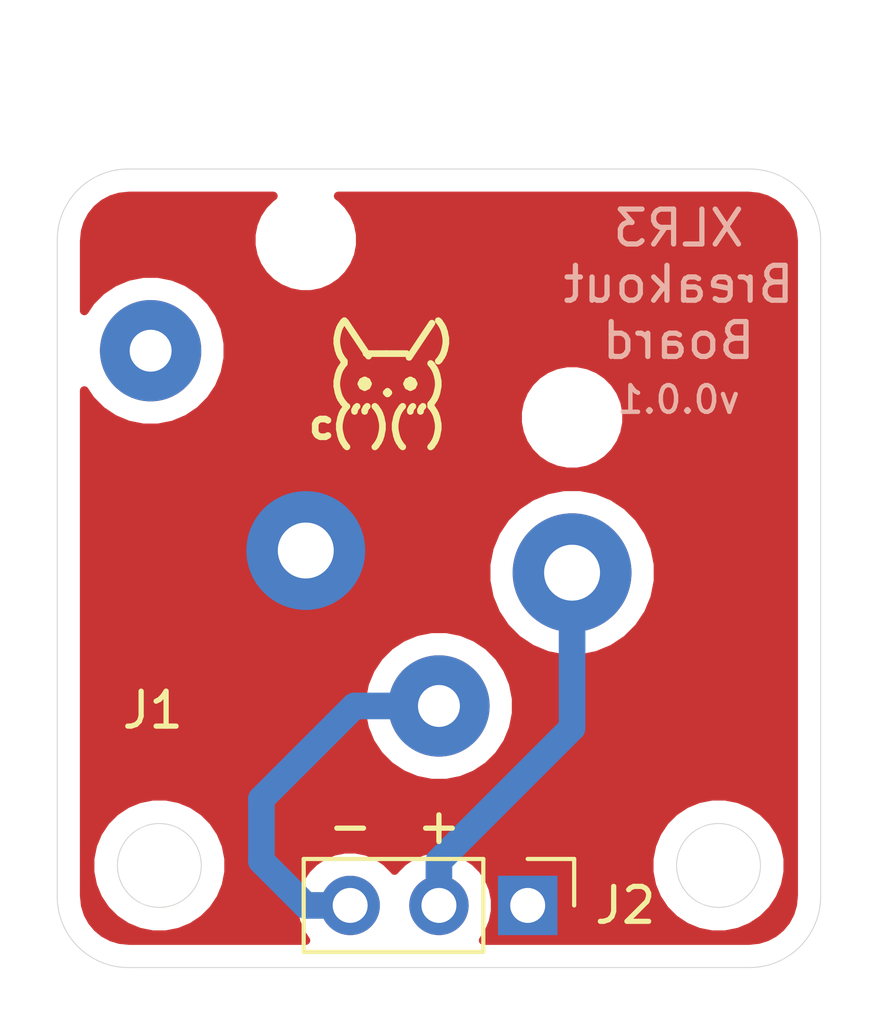
<source format=kicad_pcb>
(kicad_pcb (version 20171130) (host pcbnew "(5.1.12-1-10_14)")

  (general
    (thickness 1.6)
    (drawings 15)
    (tracks 8)
    (zones 0)
    (modules 2)
    (nets 4)
  )

  (page A4)
  (title_block
    (title "XLR Breakout Board")
    (date 2021-12-10)
    (rev 0.0.1)
    (company NH)
    (comment 2 https://creativecommons.org/licenses/by/4.0/)
    (comment 3 "License: CC BY 4.0")
    (comment 4 "Author: Hieu Minh Nguyen")
  )

  (layers
    (0 F.Cu signal)
    (31 B.Cu signal)
    (32 B.Adhes user)
    (33 F.Adhes user)
    (34 B.Paste user)
    (35 F.Paste user)
    (36 B.SilkS user)
    (37 F.SilkS user)
    (38 B.Mask user)
    (39 F.Mask user)
    (40 Dwgs.User user)
    (41 Cmts.User user)
    (42 Eco1.User user)
    (43 Eco2.User user)
    (44 Edge.Cuts user)
    (45 Margin user)
    (46 B.CrtYd user)
    (47 F.CrtYd user)
    (48 B.Fab user)
    (49 F.Fab user)
  )

  (setup
    (last_trace_width 0.762)
    (user_trace_width 0.1524)
    (user_trace_width 0.254)
    (user_trace_width 0.508)
    (user_trace_width 0.762)
    (user_trace_width 1.27)
    (user_trace_width 2.54)
    (trace_clearance 0.1524)
    (zone_clearance 0.635)
    (zone_45_only no)
    (trace_min 0.1524)
    (via_size 0.508)
    (via_drill 0.254)
    (via_min_size 0.508)
    (via_min_drill 0.254)
    (user_via 0.508 0.254)
    (user_via 0.6858 0.3302)
    (uvia_size 0.508)
    (uvia_drill 0.254)
    (uvias_allowed no)
    (uvia_min_size 0.508)
    (uvia_min_drill 0.254)
    (edge_width 0.05)
    (segment_width 0.2)
    (pcb_text_width 0.3)
    (pcb_text_size 1.5 1.5)
    (mod_edge_width 0.12)
    (mod_text_size 1 1)
    (mod_text_width 0.15)
    (pad_size 1.524 1.524)
    (pad_drill 0.762)
    (pad_to_mask_clearance 0.0508)
    (aux_axis_origin 0 0)
    (visible_elements FFFFFF7F)
    (pcbplotparams
      (layerselection 0x010f0_ffffffff)
      (usegerberextensions true)
      (usegerberattributes true)
      (usegerberadvancedattributes true)
      (creategerberjobfile true)
      (excludeedgelayer true)
      (linewidth 0.100000)
      (plotframeref false)
      (viasonmask false)
      (mode 1)
      (useauxorigin false)
      (hpglpennumber 1)
      (hpglpenspeed 20)
      (hpglpendiameter 15.000000)
      (psnegative false)
      (psa4output false)
      (plotreference true)
      (plotvalue true)
      (plotinvisibletext false)
      (padsonsilk false)
      (subtractmaskfromsilk false)
      (outputformat 1)
      (mirror false)
      (drillshape 0)
      (scaleselection 1)
      (outputdirectory "gerbers/"))
  )

  (net 0 "")
  (net 1 "Net-(J1-Pad1)")
  (net 2 /XLR-)
  (net 3 /XLR+)

  (net_class Default "This is the default net class."
    (clearance 0.1524)
    (trace_width 0.1524)
    (via_dia 0.508)
    (via_drill 0.254)
    (uvia_dia 0.508)
    (uvia_drill 0.254)
    (diff_pair_width 0.1524)
    (diff_pair_gap 0.1524)
    (add_net /XLR+)
    (add_net /XLR-)
    (add_net "Net-(J1-Pad1)")
  )

  (module xlr_breakout_board:Jack_XLR_Amphenol_AC3FAHL-AU-PRE (layer F.Cu) (tedit 61B30392) (tstamp 61B35623)
    (at 0 -22.86)
    (descr "Includes an extra pad for compatibility with Neutrik NC3FAAH2-0 and related parts")
    (path /61B30B59)
    (fp_text reference J1 (at -9.144 17.272) (layer F.SilkS)
      (effects (font (size 1 1) (thickness 0.15)) (justify left))
    )
    (fp_text value XLR3_Amphenol_AC3FAHL (at 11.4 19.4 90) (layer F.Fab)
      (effects (font (size 1 1) (thickness 0.15)) (justify left))
    )
    (fp_line (start 12.5 19.5) (end -12.5 19.5) (layer F.CrtYd) (width 0.12))
    (fp_line (start 12.5 -3) (end 12.5 19.5) (layer F.CrtYd) (width 0.12))
    (fp_line (start -12.5 -3) (end 12.5 -3) (layer F.CrtYd) (width 0.12))
    (fp_line (start -12.5 19.5) (end -12.5 -3) (layer F.CrtYd) (width 0.12))
    (fp_line (start -12.5 0) (end 12.5 0) (layer F.Fab) (width 0.12))
    (fp_line (start 12.5 0) (end 12.5 19.5) (layer F.Fab) (width 0.12))
    (fp_line (start 12.5 19.5) (end -12.5 19.5) (layer F.Fab) (width 0.12))
    (fp_line (start -12.5 19.5) (end -12.5 0) (layer F.Fab) (width 0.12))
    (fp_line (start -9.9 -2.7) (end 9.9 -2.7) (layer F.Fab) (width 0.12))
    (fp_line (start 9.9 -2.7) (end 9.9 0) (layer F.Fab) (width 0.12))
    (fp_line (start -9.9 -2.7) (end -9.9 0) (layer F.Fab) (width 0.12))
    (fp_text user %R (at 0 7) (layer F.Fab)
      (effects (font (size 1 1) (thickness 0.15)))
    )
    (pad "" np_thru_hole circle (at 3.81 8.89) (size 1.6 1.6) (drill 1.6) (layers *.Cu *.Mask))
    (pad "" np_thru_hole circle (at -3.81 3.81) (size 1.6 1.6) (drill 1.6) (layers *.Cu *.Mask))
    (pad G thru_hole circle (at -8.25 6.98) (size 2.9 2.9) (drill 1.2) (layers *.Cu *.Mask))
    (pad 3 thru_hole circle (at 0 17.15) (size 2.9 2.9) (drill 1.2) (layers *.Cu *.Mask)
      (net 2 /XLR-))
    (pad 2 thru_hole circle (at 3.81 13.335) (size 3.4 3.4) (drill 1.6) (layers *.Cu *.Mask)
      (net 3 /XLR+))
    (pad 1 thru_hole circle (at -3.81 12.7) (size 3.4 3.4) (drill 1.6) (layers *.Cu *.Mask)
      (net 1 "Net-(J1-Pad1)"))
    (model ${KIPRJMOD}/docs/amphenol_AC3FAHL-AU-PRE.stp
      (offset (xyz 0 0 12.5))
      (scale (xyz 1 1 1))
      (rotate (xyz 180 0 180))
    )
  )

  (module Connector_PinHeader_2.54mm:PinHeader_1x03_P2.54mm_Vertical (layer F.Cu) (tedit 59FED5CC) (tstamp 61B34DE9)
    (at 2.54 0 270)
    (descr "Through hole straight pin header, 1x03, 2.54mm pitch, single row")
    (tags "Through hole pin header THT 1x03 2.54mm single row")
    (path /61B319D6)
    (fp_text reference J2 (at 0 -2.794) (layer F.SilkS)
      (effects (font (size 1 1) (thickness 0.15)))
    )
    (fp_text value Conn_01x03_Male (at 2.54 2.54) (layer F.Fab)
      (effects (font (size 1 1) (thickness 0.15)))
    )
    (fp_line (start 1.8 -1.8) (end -1.8 -1.8) (layer F.CrtYd) (width 0.05))
    (fp_line (start 1.8 6.85) (end 1.8 -1.8) (layer F.CrtYd) (width 0.05))
    (fp_line (start -1.8 6.85) (end 1.8 6.85) (layer F.CrtYd) (width 0.05))
    (fp_line (start -1.8 -1.8) (end -1.8 6.85) (layer F.CrtYd) (width 0.05))
    (fp_line (start -1.33 -1.33) (end 0 -1.33) (layer F.SilkS) (width 0.12))
    (fp_line (start -1.33 0) (end -1.33 -1.33) (layer F.SilkS) (width 0.12))
    (fp_line (start -1.33 1.27) (end 1.33 1.27) (layer F.SilkS) (width 0.12))
    (fp_line (start 1.33 1.27) (end 1.33 6.41) (layer F.SilkS) (width 0.12))
    (fp_line (start -1.33 1.27) (end -1.33 6.41) (layer F.SilkS) (width 0.12))
    (fp_line (start -1.33 6.41) (end 1.33 6.41) (layer F.SilkS) (width 0.12))
    (fp_line (start -1.27 -0.635) (end -0.635 -1.27) (layer F.Fab) (width 0.1))
    (fp_line (start -1.27 6.35) (end -1.27 -0.635) (layer F.Fab) (width 0.1))
    (fp_line (start 1.27 6.35) (end -1.27 6.35) (layer F.Fab) (width 0.1))
    (fp_line (start 1.27 -1.27) (end 1.27 6.35) (layer F.Fab) (width 0.1))
    (fp_line (start -0.635 -1.27) (end 1.27 -1.27) (layer F.Fab) (width 0.1))
    (fp_text user %R (at 0 2.54 180) (layer F.Fab)
      (effects (font (size 1 1) (thickness 0.15)))
    )
    (pad 3 thru_hole oval (at 0 5.08 270) (size 1.7 1.7) (drill 1) (layers *.Cu *.Mask)
      (net 2 /XLR-))
    (pad 2 thru_hole oval (at 0 2.54 270) (size 1.7 1.7) (drill 1) (layers *.Cu *.Mask)
      (net 3 /XLR+))
    (pad 1 thru_hole rect (at 0 0 270) (size 1.7 1.7) (drill 1) (layers *.Cu *.Mask)
      (net 1 "Net-(J1-Pad1)"))
    (model ${KISYS3DMOD}/Connector_PinHeader_2.54mm.3dshapes/PinHeader_1x03_P2.54mm_Vertical.wrl
      (at (xyz 0 0 0))
      (scale (xyz 1 1 1))
      (rotate (xyz 0 0 0))
    )
  )

  (gr_text " (\\__/)\n (•.•)  \nc(“)(“) " (at -3.81 -14.986) (layer F.SilkS)
    (effects (font (size 0.762 0.762) (thickness 0.1905)) (justify left))
  )
  (gr_text - (at -2.54 -2.286) (layer F.SilkS)
    (effects (font (size 1 1) (thickness 0.15)))
  )
  (gr_text + (at 0 -2.286) (layer F.SilkS)
    (effects (font (size 1 1) (thickness 0.15)))
  )
  (gr_text v0.0.1 (at 6.858 -14.478) (layer B.SilkS)
    (effects (font (size 0.762 0.762) (thickness 0.127)) (justify mirror))
  )
  (gr_text "XLR3\nBreakout\nBoard" (at 6.858 -17.78) (layer B.SilkS)
    (effects (font (size 1 1) (thickness 0.15)) (justify mirror))
  )
  (gr_circle (center -8 -1.144) (end -6.8 -1.144) (layer Edge.Cuts) (width 0.0254) (tstamp 61B35CA0))
  (gr_circle (center 8 -1.144) (end 9.2 -1.144) (layer Edge.Cuts) (width 0.0254))
  (gr_arc (start -8.89 -0.254) (end -10.922 -0.254) (angle -90) (layer Edge.Cuts) (width 0.0254))
  (gr_arc (start -8.89 -19.05) (end -8.89 -21.082) (angle -90) (layer Edge.Cuts) (width 0.0254))
  (gr_arc (start 8.89 -19.05) (end 10.922 -19.05) (angle -90) (layer Edge.Cuts) (width 0.0254))
  (gr_arc (start 8.89 -0.254) (end 8.89 1.778) (angle -90) (layer Edge.Cuts) (width 0.0254))
  (gr_line (start 10.922 -19.05) (end 10.922 -0.254) (layer Edge.Cuts) (width 0.0254))
  (gr_line (start -8.89 -21.082) (end 8.89 -21.082) (layer Edge.Cuts) (width 0.0254))
  (gr_line (start -10.922 -0.254) (end -10.922 -19.05) (layer Edge.Cuts) (width 0.0254))
  (gr_line (start -8.89 1.778) (end 8.89 1.778) (layer Edge.Cuts) (width 0.0254))

  (segment (start -5.08 -3.048) (end -2.418 -5.71) (width 0.762) (layer B.Cu) (net 2))
  (segment (start -2.418 -5.71) (end 0 -5.71) (width 0.762) (layer B.Cu) (net 2))
  (segment (start -5.08 -1.27) (end -5.08 -3.048) (width 0.762) (layer B.Cu) (net 2))
  (segment (start -3.81 0) (end -5.08 -1.27) (width 0.762) (layer B.Cu) (net 2))
  (segment (start -2.54 0) (end -3.81 0) (width 0.762) (layer B.Cu) (net 2))
  (segment (start 0 -1.27) (end 3.81 -5.08) (width 0.762) (layer B.Cu) (net 3))
  (segment (start 3.81 -5.08) (end 3.81 -9.525) (width 0.762) (layer B.Cu) (net 3))
  (segment (start 0 0) (end 0 -1.27) (width 0.762) (layer B.Cu) (net 3))

  (zone (net 1) (net_name "Net-(J1-Pad1)") (layer F.Cu) (tstamp 61B36385) (hatch edge 0.508)
    (connect_pads yes (clearance 0.635))
    (min_thickness 0.254)
    (fill yes (arc_segments 32) (thermal_gap 0.635) (thermal_bridge_width 0.635))
    (polygon
      (pts
        (xy 11.684 2.286) (xy -11.43 2.286) (xy -11.43 -21.59) (xy 11.684 -21.59)
      )
    )
    (filled_polygon
      (pts
        (xy -4.805717 -20.263285) (xy -5.023285 -20.045717) (xy -5.194227 -19.789885) (xy -5.311973 -19.505619) (xy -5.372 -19.203844)
        (xy -5.372 -18.896156) (xy -5.311973 -18.594381) (xy -5.194227 -18.310115) (xy -5.023285 -18.054283) (xy -4.805717 -17.836715)
        (xy -4.549885 -17.665773) (xy -4.265619 -17.548027) (xy -3.963844 -17.488) (xy -3.656156 -17.488) (xy -3.354381 -17.548027)
        (xy -3.070115 -17.665773) (xy -2.814283 -17.836715) (xy -2.596715 -18.054283) (xy -2.425773 -18.310115) (xy -2.308027 -18.594381)
        (xy -2.248 -18.896156) (xy -2.248 -19.203844) (xy -2.308027 -19.505619) (xy -2.425773 -19.789885) (xy -2.596715 -20.045717)
        (xy -2.814283 -20.263285) (xy -2.880156 -20.3073) (xy 8.852108 -20.3073) (xy 9.133489 -20.27971) (xy 9.367707 -20.208996)
        (xy 9.583721 -20.094139) (xy 9.773322 -19.939505) (xy 9.929269 -19.750995) (xy 10.045634 -19.535784) (xy 10.117981 -19.302068)
        (xy 10.1473 -19.023113) (xy 10.147301 -0.291903) (xy 10.11971 -0.01051) (xy 10.048997 0.223703) (xy 9.934137 0.439725)
        (xy 9.779507 0.629319) (xy 9.590997 0.785268) (xy 9.375783 0.901635) (xy 9.142069 0.973981) (xy 8.863113 1.0033)
        (xy 1.268352 1.0033) (xy 1.428536 0.763568) (xy 1.550052 0.470203) (xy 1.612 0.158768) (xy 1.612 -0.158768)
        (xy 1.550052 -0.470203) (xy 1.428536 -0.763568) (xy 1.252122 -1.02759) (xy 1.02759 -1.252122) (xy 0.896798 -1.339515)
        (xy 6.014905 -1.339515) (xy 6.014905 -0.948485) (xy 6.091191 -0.564969) (xy 6.240832 -0.203705) (xy 6.458076 0.121424)
        (xy 6.734576 0.397924) (xy 7.059705 0.615168) (xy 7.420969 0.764809) (xy 7.804485 0.841095) (xy 8.195515 0.841095)
        (xy 8.579031 0.764809) (xy 8.940295 0.615168) (xy 9.265424 0.397924) (xy 9.541924 0.121424) (xy 9.759168 -0.203705)
        (xy 9.908809 -0.564969) (xy 9.985095 -0.948485) (xy 9.985095 -1.339515) (xy 9.908809 -1.723031) (xy 9.759168 -2.084295)
        (xy 9.541924 -2.409424) (xy 9.265424 -2.685924) (xy 8.940295 -2.903168) (xy 8.579031 -3.052809) (xy 8.195515 -3.129095)
        (xy 7.804485 -3.129095) (xy 7.420969 -3.052809) (xy 7.059705 -2.903168) (xy 6.734576 -2.685924) (xy 6.458076 -2.409424)
        (xy 6.240832 -2.084295) (xy 6.091191 -1.723031) (xy 6.014905 -1.339515) (xy 0.896798 -1.339515) (xy 0.763568 -1.428536)
        (xy 0.470203 -1.550052) (xy 0.158768 -1.612) (xy -0.158768 -1.612) (xy -0.470203 -1.550052) (xy -0.763568 -1.428536)
        (xy -1.02759 -1.252122) (xy -1.252122 -1.02759) (xy -1.27 -1.000834) (xy -1.287878 -1.02759) (xy -1.51241 -1.252122)
        (xy -1.776432 -1.428536) (xy -2.069797 -1.550052) (xy -2.381232 -1.612) (xy -2.698768 -1.612) (xy -3.010203 -1.550052)
        (xy -3.303568 -1.428536) (xy -3.56759 -1.252122) (xy -3.792122 -1.02759) (xy -3.968536 -0.763568) (xy -4.090052 -0.470203)
        (xy -4.152 -0.158768) (xy -4.152 0.158768) (xy -4.090052 0.470203) (xy -3.968536 0.763568) (xy -3.808352 1.0033)
        (xy -8.852107 1.0033) (xy -9.13349 0.97571) (xy -9.367703 0.904997) (xy -9.583725 0.790137) (xy -9.773319 0.635507)
        (xy -9.929268 0.446997) (xy -10.045635 0.231783) (xy -10.117981 -0.001931) (xy -10.1473 -0.280887) (xy -10.1473 -1.339515)
        (xy -9.985095 -1.339515) (xy -9.985095 -0.948485) (xy -9.908809 -0.564969) (xy -9.759168 -0.203705) (xy -9.541924 0.121424)
        (xy -9.265424 0.397924) (xy -8.940295 0.615168) (xy -8.579031 0.764809) (xy -8.195515 0.841095) (xy -7.804485 0.841095)
        (xy -7.420969 0.764809) (xy -7.059705 0.615168) (xy -6.734576 0.397924) (xy -6.458076 0.121424) (xy -6.240832 -0.203705)
        (xy -6.091191 -0.564969) (xy -6.014905 -0.948485) (xy -6.014905 -1.339515) (xy -6.091191 -1.723031) (xy -6.240832 -2.084295)
        (xy -6.458076 -2.409424) (xy -6.734576 -2.685924) (xy -7.059705 -2.903168) (xy -7.420969 -3.052809) (xy -7.804485 -3.129095)
        (xy -8.195515 -3.129095) (xy -8.579031 -3.052809) (xy -8.940295 -2.903168) (xy -9.265424 -2.685924) (xy -9.541924 -2.409424)
        (xy -9.759168 -2.084295) (xy -9.908809 -1.723031) (xy -9.985095 -1.339515) (xy -10.1473 -1.339515) (xy -10.1473 -5.927863)
        (xy -2.212 -5.927863) (xy -2.212 -5.492137) (xy -2.126994 -5.064783) (xy -1.960249 -4.662225) (xy -1.718173 -4.299932)
        (xy -1.410068 -3.991827) (xy -1.047775 -3.749751) (xy -0.645217 -3.583006) (xy -0.217863 -3.498) (xy 0.217863 -3.498)
        (xy 0.645217 -3.583006) (xy 1.047775 -3.749751) (xy 1.410068 -3.991827) (xy 1.718173 -4.299932) (xy 1.960249 -4.662225)
        (xy 2.126994 -5.064783) (xy 2.212 -5.492137) (xy 2.212 -5.927863) (xy 2.126994 -6.355217) (xy 1.960249 -6.757775)
        (xy 1.718173 -7.120068) (xy 1.410068 -7.428173) (xy 1.047775 -7.670249) (xy 0.645217 -7.836994) (xy 0.217863 -7.922)
        (xy -0.217863 -7.922) (xy -0.645217 -7.836994) (xy -1.047775 -7.670249) (xy -1.410068 -7.428173) (xy -1.718173 -7.120068)
        (xy -1.960249 -6.757775) (xy -2.126994 -6.355217) (xy -2.212 -5.927863) (xy -10.1473 -5.927863) (xy -10.1473 -9.767486)
        (xy 1.348 -9.767486) (xy 1.348 -9.282514) (xy 1.442613 -8.806861) (xy 1.628204 -8.358805) (xy 1.897639 -7.955566)
        (xy 2.240566 -7.612639) (xy 2.643805 -7.343204) (xy 3.091861 -7.157613) (xy 3.567514 -7.063) (xy 4.052486 -7.063)
        (xy 4.528139 -7.157613) (xy 4.976195 -7.343204) (xy 5.379434 -7.612639) (xy 5.722361 -7.955566) (xy 5.991796 -8.358805)
        (xy 6.177387 -8.806861) (xy 6.272 -9.282514) (xy 6.272 -9.767486) (xy 6.177387 -10.243139) (xy 5.991796 -10.691195)
        (xy 5.722361 -11.094434) (xy 5.379434 -11.437361) (xy 4.976195 -11.706796) (xy 4.528139 -11.892387) (xy 4.052486 -11.987)
        (xy 3.567514 -11.987) (xy 3.091861 -11.892387) (xy 2.643805 -11.706796) (xy 2.240566 -11.437361) (xy 1.897639 -11.094434)
        (xy 1.628204 -10.691195) (xy 1.442613 -10.243139) (xy 1.348 -9.767486) (xy -10.1473 -9.767486) (xy -10.1473 -14.738015)
        (xy -9.968173 -14.469932) (xy -9.660068 -14.161827) (xy -9.297775 -13.919751) (xy -8.895217 -13.753006) (xy -8.467863 -13.668)
        (xy -8.032137 -13.668) (xy -7.604783 -13.753006) (xy -7.202225 -13.919751) (xy -6.896778 -14.123844) (xy 2.248 -14.123844)
        (xy 2.248 -13.816156) (xy 2.308027 -13.514381) (xy 2.425773 -13.230115) (xy 2.596715 -12.974283) (xy 2.814283 -12.756715)
        (xy 3.070115 -12.585773) (xy 3.354381 -12.468027) (xy 3.656156 -12.408) (xy 3.963844 -12.408) (xy 4.265619 -12.468027)
        (xy 4.549885 -12.585773) (xy 4.805717 -12.756715) (xy 5.023285 -12.974283) (xy 5.194227 -13.230115) (xy 5.311973 -13.514381)
        (xy 5.372 -13.816156) (xy 5.372 -14.123844) (xy 5.311973 -14.425619) (xy 5.194227 -14.709885) (xy 5.023285 -14.965717)
        (xy 4.805717 -15.183285) (xy 4.549885 -15.354227) (xy 4.265619 -15.471973) (xy 3.963844 -15.532) (xy 3.656156 -15.532)
        (xy 3.354381 -15.471973) (xy 3.070115 -15.354227) (xy 2.814283 -15.183285) (xy 2.596715 -14.965717) (xy 2.425773 -14.709885)
        (xy 2.308027 -14.425619) (xy 2.248 -14.123844) (xy -6.896778 -14.123844) (xy -6.839932 -14.161827) (xy -6.531827 -14.469932)
        (xy -6.289751 -14.832225) (xy -6.123006 -15.234783) (xy -6.038 -15.662137) (xy -6.038 -16.097863) (xy -6.123006 -16.525217)
        (xy -6.289751 -16.927775) (xy -6.531827 -17.290068) (xy -6.839932 -17.598173) (xy -7.202225 -17.840249) (xy -7.604783 -18.006994)
        (xy -8.032137 -18.092) (xy -8.467863 -18.092) (xy -8.895217 -18.006994) (xy -9.297775 -17.840249) (xy -9.660068 -17.598173)
        (xy -9.968173 -17.290068) (xy -10.1473 -17.021985) (xy -10.1473 -19.012108) (xy -10.11971 -19.293489) (xy -10.048996 -19.527707)
        (xy -9.934139 -19.743721) (xy -9.779505 -19.933322) (xy -9.590995 -20.089269) (xy -9.375784 -20.205634) (xy -9.142068 -20.277981)
        (xy -8.863113 -20.3073) (xy -4.739844 -20.3073)
      )
    )
  )
)

</source>
